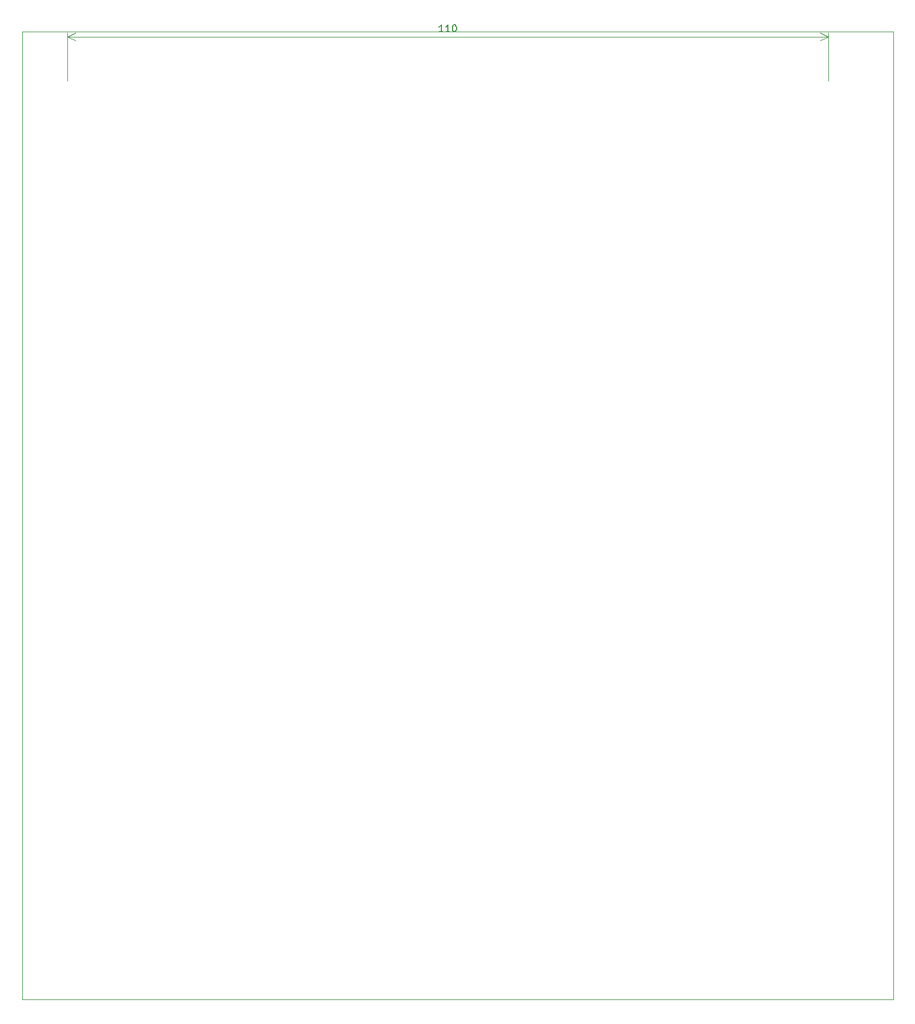
<source format=gbr>
%TF.GenerationSoftware,KiCad,Pcbnew,9.0.6*%
%TF.CreationDate,2025-12-26T02:04:48+08:00*%
%TF.ProjectId,vga_video_card,7667615f-7669-4646-956f-5f636172642e,rev?*%
%TF.SameCoordinates,Original*%
%TF.FileFunction,Profile,NP*%
%FSLAX46Y46*%
G04 Gerber Fmt 4.6, Leading zero omitted, Abs format (unit mm)*
G04 Created by KiCad (PCBNEW 9.0.6) date 2025-12-26 02:04:48*
%MOMM*%
%LPD*%
G01*
G04 APERTURE LIST*
%ADD10C,0.150000*%
%TA.AperFunction,Profile*%
%ADD11C,0.050000*%
%TD*%
G04 APERTURE END LIST*
D10*
X78209333Y-15052819D02*
X77637905Y-15052819D01*
X77923619Y-15052819D02*
X77923619Y-14052819D01*
X77923619Y-14052819D02*
X77828381Y-14195676D01*
X77828381Y-14195676D02*
X77733143Y-14290914D01*
X77733143Y-14290914D02*
X77637905Y-14338533D01*
X79161714Y-15052819D02*
X78590286Y-15052819D01*
X78876000Y-15052819D02*
X78876000Y-14052819D01*
X78876000Y-14052819D02*
X78780762Y-14195676D01*
X78780762Y-14195676D02*
X78685524Y-14290914D01*
X78685524Y-14290914D02*
X78590286Y-14338533D01*
X79780762Y-14052819D02*
X79876000Y-14052819D01*
X79876000Y-14052819D02*
X79971238Y-14100438D01*
X79971238Y-14100438D02*
X80018857Y-14148057D01*
X80018857Y-14148057D02*
X80066476Y-14243295D01*
X80066476Y-14243295D02*
X80114095Y-14433771D01*
X80114095Y-14433771D02*
X80114095Y-14671866D01*
X80114095Y-14671866D02*
X80066476Y-14862342D01*
X80066476Y-14862342D02*
X80018857Y-14957580D01*
X80018857Y-14957580D02*
X79971238Y-15005200D01*
X79971238Y-15005200D02*
X79876000Y-15052819D01*
X79876000Y-15052819D02*
X79780762Y-15052819D01*
X79780762Y-15052819D02*
X79685524Y-15005200D01*
X79685524Y-15005200D02*
X79637905Y-14957580D01*
X79637905Y-14957580D02*
X79590286Y-14862342D01*
X79590286Y-14862342D02*
X79542667Y-14671866D01*
X79542667Y-14671866D02*
X79542667Y-14433771D01*
X79542667Y-14433771D02*
X79590286Y-14243295D01*
X79590286Y-14243295D02*
X79637905Y-14148057D01*
X79637905Y-14148057D02*
X79685524Y-14100438D01*
X79685524Y-14100438D02*
X79780762Y-14052819D01*
D11*
X23876000Y-22106000D02*
X23876000Y-15161580D01*
X133876000Y-15161580D02*
X133876000Y-22106000D01*
X23876000Y-15748000D02*
X133876000Y-15748000D01*
X23876000Y-15748000D02*
X25002504Y-15161579D01*
X23876000Y-15748000D02*
X25002504Y-16334421D01*
X133876000Y-15748000D02*
X132749496Y-16334421D01*
X133876000Y-15748000D02*
X132749496Y-15161579D01*
X17290800Y-14986000D02*
X143290800Y-14986000D01*
X143290800Y-154986000D01*
X17290800Y-154986000D01*
X17290800Y-14986000D01*
M02*

</source>
